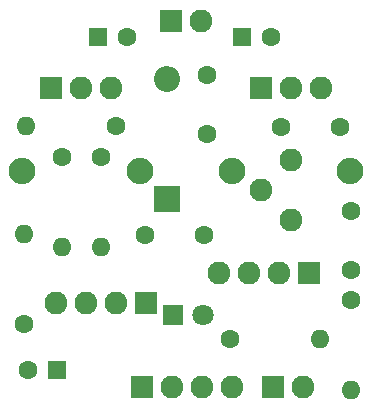
<source format=gbr>
%TF.GenerationSoftware,KiCad,Pcbnew,(5.99.0-2965-g3673c2369)*%
%TF.CreationDate,2020-08-26T16:55:04+03:00*%
%TF.ProjectId,cara-de-pelusa,63617261-2d64-4652-9d70-656c7573612e,rev?*%
%TF.SameCoordinates,Original*%
%TF.FileFunction,Soldermask,Top*%
%TF.FilePolarity,Negative*%
%FSLAX46Y46*%
G04 Gerber Fmt 4.6, Leading zero omitted, Abs format (unit mm)*
G04 Created by KiCad (PCBNEW (5.99.0-2965-g3673c2369)) date 2020-08-26 16:55:04*
%MOMM*%
%LPD*%
G01*
G04 APERTURE LIST*
%ADD10O,2.250000X2.250000*%
%ADD11O,1.930400X1.930400*%
%ADD12R,1.930400X1.930400*%
%ADD13O,1.600000X1.600000*%
%ADD14C,1.600000*%
%ADD15C,1.800000*%
%ADD16R,1.800000X1.800000*%
%ADD17O,2.200000X2.200000*%
%ADD18R,2.200000X2.200000*%
%ADD19R,1.600000X1.600000*%
G04 APERTURE END LIST*
D10*
%TO.C,RV4*%
X103839000Y-82438000D03*
X113839000Y-82438000D03*
D11*
X111379000Y-75438000D03*
X108839000Y-75438000D03*
D12*
X106299000Y-75438000D03*
%TD*%
D10*
%TO.C,RV1*%
X86059000Y-82438000D03*
X96059000Y-82438000D03*
D11*
X93599000Y-75438000D03*
X91059000Y-75438000D03*
D12*
X88519000Y-75438000D03*
%TD*%
D11*
%TO.C,RV5*%
X108839000Y-81534000D03*
X106299000Y-84074000D03*
X108839000Y-86614000D03*
%TD*%
D13*
%TO.C,R6*%
X113919000Y-100965000D03*
D14*
X113919000Y-93345000D03*
%TD*%
D13*
%TO.C,R5*%
X111252000Y-96647000D03*
D14*
X103632000Y-96647000D03*
%TD*%
D13*
%TO.C,R4*%
X92710000Y-88900000D03*
D14*
X92710000Y-81280000D03*
%TD*%
D13*
%TO.C,R3*%
X89408000Y-88900000D03*
D14*
X89408000Y-81280000D03*
%TD*%
D13*
%TO.C,R2*%
X86360000Y-78613000D03*
D14*
X93980000Y-78613000D03*
%TD*%
D13*
%TO.C,R1*%
X86233000Y-87757000D03*
D14*
X86233000Y-95377000D03*
%TD*%
D11*
%TO.C,Q2*%
X102743000Y-91059000D03*
X105283000Y-91059000D03*
X107823000Y-91059000D03*
D12*
X110363000Y-91059000D03*
%TD*%
D11*
%TO.C,Q1*%
X88900000Y-93599000D03*
X91440000Y-93599000D03*
X93980000Y-93599000D03*
D12*
X96520000Y-93599000D03*
%TD*%
D11*
%TO.C,J3*%
X101219000Y-69723000D03*
D12*
X98679000Y-69723000D03*
%TD*%
D11*
%TO.C,J2*%
X103862500Y-100711000D03*
X101322500Y-100711000D03*
X98782500Y-100711000D03*
D12*
X96242500Y-100711000D03*
%TD*%
D11*
%TO.C,J1*%
X109855000Y-100711000D03*
D12*
X107315000Y-100711000D03*
%TD*%
D15*
%TO.C,D2*%
X101346000Y-94615000D03*
D16*
X98806000Y-94615000D03*
%TD*%
D17*
%TO.C,D1*%
X98298000Y-74676000D03*
D18*
X98298000Y-84836000D03*
%TD*%
D14*
%TO.C,C7*%
X101727000Y-79295000D03*
X101727000Y-74295000D03*
%TD*%
%TO.C,C6*%
X113919000Y-85805000D03*
X113919000Y-90805000D03*
%TD*%
%TO.C,C5*%
X107148000Y-71120000D03*
D19*
X104648000Y-71120000D03*
%TD*%
D14*
%TO.C,C4*%
X96473000Y-87884000D03*
X101473000Y-87884000D03*
%TD*%
%TO.C,C3*%
X112950000Y-78740000D03*
X107950000Y-78740000D03*
%TD*%
%TO.C,C2*%
X94956000Y-71120000D03*
D19*
X92456000Y-71120000D03*
%TD*%
D14*
%TO.C,C1*%
X86527000Y-99314000D03*
D19*
X89027000Y-99314000D03*
%TD*%
M02*

</source>
